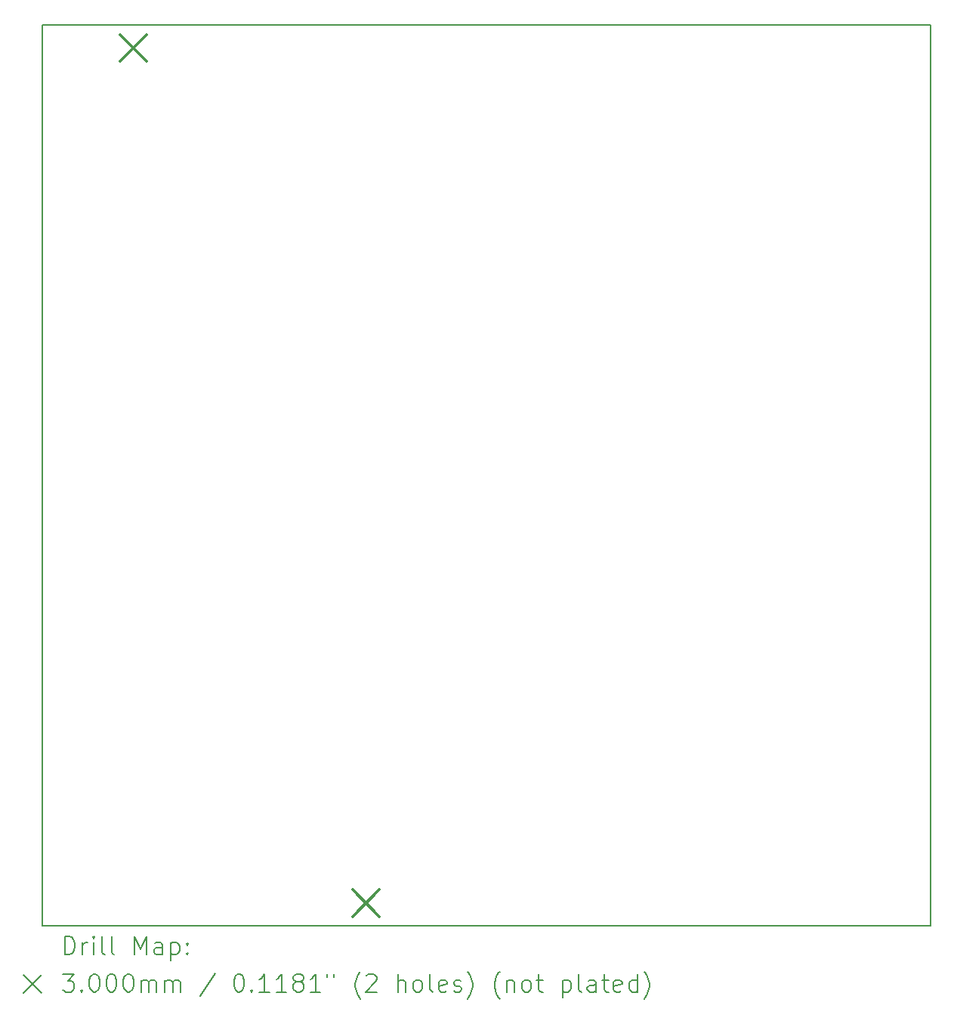
<source format=gbr>
%TF.GenerationSoftware,KiCad,Pcbnew,9.0.6*%
%TF.CreationDate,2025-11-26T10:40:33-06:00*%
%TF.ProjectId,slu,736c752e-6b69-4636-9164-5f7063625858,rev?*%
%TF.SameCoordinates,Original*%
%TF.FileFunction,Drillmap*%
%TF.FilePolarity,Positive*%
%FSLAX45Y45*%
G04 Gerber Fmt 4.5, Leading zero omitted, Abs format (unit mm)*
G04 Created by KiCad (PCBNEW 9.0.6) date 2025-11-26 10:40:33*
%MOMM*%
%LPD*%
G01*
G04 APERTURE LIST*
%ADD10C,0.200000*%
%ADD11C,0.300000*%
G04 APERTURE END LIST*
D10*
X5693340Y-4810760D02*
X15650000Y-4810760D01*
X15650000Y-14900000D01*
X5693340Y-14900000D01*
X5693340Y-4810760D01*
D11*
X6561000Y-4917000D02*
X6861000Y-5217000D01*
X6861000Y-4917000D02*
X6561000Y-5217000D01*
X9171000Y-14496000D02*
X9471000Y-14796000D01*
X9471000Y-14496000D02*
X9171000Y-14796000D01*
D10*
X5944117Y-15221484D02*
X5944117Y-15021484D01*
X5944117Y-15021484D02*
X5991736Y-15021484D01*
X5991736Y-15021484D02*
X6020307Y-15031008D01*
X6020307Y-15031008D02*
X6039355Y-15050055D01*
X6039355Y-15050055D02*
X6048879Y-15069103D01*
X6048879Y-15069103D02*
X6058402Y-15107198D01*
X6058402Y-15107198D02*
X6058402Y-15135769D01*
X6058402Y-15135769D02*
X6048879Y-15173865D01*
X6048879Y-15173865D02*
X6039355Y-15192912D01*
X6039355Y-15192912D02*
X6020307Y-15211960D01*
X6020307Y-15211960D02*
X5991736Y-15221484D01*
X5991736Y-15221484D02*
X5944117Y-15221484D01*
X6144117Y-15221484D02*
X6144117Y-15088150D01*
X6144117Y-15126246D02*
X6153641Y-15107198D01*
X6153641Y-15107198D02*
X6163164Y-15097674D01*
X6163164Y-15097674D02*
X6182212Y-15088150D01*
X6182212Y-15088150D02*
X6201260Y-15088150D01*
X6267926Y-15221484D02*
X6267926Y-15088150D01*
X6267926Y-15021484D02*
X6258402Y-15031008D01*
X6258402Y-15031008D02*
X6267926Y-15040531D01*
X6267926Y-15040531D02*
X6277450Y-15031008D01*
X6277450Y-15031008D02*
X6267926Y-15021484D01*
X6267926Y-15021484D02*
X6267926Y-15040531D01*
X6391736Y-15221484D02*
X6372688Y-15211960D01*
X6372688Y-15211960D02*
X6363164Y-15192912D01*
X6363164Y-15192912D02*
X6363164Y-15021484D01*
X6496498Y-15221484D02*
X6477450Y-15211960D01*
X6477450Y-15211960D02*
X6467926Y-15192912D01*
X6467926Y-15192912D02*
X6467926Y-15021484D01*
X6725069Y-15221484D02*
X6725069Y-15021484D01*
X6725069Y-15021484D02*
X6791736Y-15164341D01*
X6791736Y-15164341D02*
X6858402Y-15021484D01*
X6858402Y-15021484D02*
X6858402Y-15221484D01*
X7039355Y-15221484D02*
X7039355Y-15116722D01*
X7039355Y-15116722D02*
X7029831Y-15097674D01*
X7029831Y-15097674D02*
X7010783Y-15088150D01*
X7010783Y-15088150D02*
X6972688Y-15088150D01*
X6972688Y-15088150D02*
X6953641Y-15097674D01*
X7039355Y-15211960D02*
X7020307Y-15221484D01*
X7020307Y-15221484D02*
X6972688Y-15221484D01*
X6972688Y-15221484D02*
X6953641Y-15211960D01*
X6953641Y-15211960D02*
X6944117Y-15192912D01*
X6944117Y-15192912D02*
X6944117Y-15173865D01*
X6944117Y-15173865D02*
X6953641Y-15154817D01*
X6953641Y-15154817D02*
X6972688Y-15145293D01*
X6972688Y-15145293D02*
X7020307Y-15145293D01*
X7020307Y-15145293D02*
X7039355Y-15135769D01*
X7134593Y-15088150D02*
X7134593Y-15288150D01*
X7134593Y-15097674D02*
X7153641Y-15088150D01*
X7153641Y-15088150D02*
X7191736Y-15088150D01*
X7191736Y-15088150D02*
X7210783Y-15097674D01*
X7210783Y-15097674D02*
X7220307Y-15107198D01*
X7220307Y-15107198D02*
X7229831Y-15126246D01*
X7229831Y-15126246D02*
X7229831Y-15183388D01*
X7229831Y-15183388D02*
X7220307Y-15202436D01*
X7220307Y-15202436D02*
X7210783Y-15211960D01*
X7210783Y-15211960D02*
X7191736Y-15221484D01*
X7191736Y-15221484D02*
X7153641Y-15221484D01*
X7153641Y-15221484D02*
X7134593Y-15211960D01*
X7315545Y-15202436D02*
X7325069Y-15211960D01*
X7325069Y-15211960D02*
X7315545Y-15221484D01*
X7315545Y-15221484D02*
X7306022Y-15211960D01*
X7306022Y-15211960D02*
X7315545Y-15202436D01*
X7315545Y-15202436D02*
X7315545Y-15221484D01*
X7315545Y-15097674D02*
X7325069Y-15107198D01*
X7325069Y-15107198D02*
X7315545Y-15116722D01*
X7315545Y-15116722D02*
X7306022Y-15107198D01*
X7306022Y-15107198D02*
X7315545Y-15097674D01*
X7315545Y-15097674D02*
X7315545Y-15116722D01*
X5483340Y-15450000D02*
X5683340Y-15650000D01*
X5683340Y-15450000D02*
X5483340Y-15650000D01*
X5925069Y-15441484D02*
X6048879Y-15441484D01*
X6048879Y-15441484D02*
X5982212Y-15517674D01*
X5982212Y-15517674D02*
X6010783Y-15517674D01*
X6010783Y-15517674D02*
X6029831Y-15527198D01*
X6029831Y-15527198D02*
X6039355Y-15536722D01*
X6039355Y-15536722D02*
X6048879Y-15555769D01*
X6048879Y-15555769D02*
X6048879Y-15603388D01*
X6048879Y-15603388D02*
X6039355Y-15622436D01*
X6039355Y-15622436D02*
X6029831Y-15631960D01*
X6029831Y-15631960D02*
X6010783Y-15641484D01*
X6010783Y-15641484D02*
X5953641Y-15641484D01*
X5953641Y-15641484D02*
X5934593Y-15631960D01*
X5934593Y-15631960D02*
X5925069Y-15622436D01*
X6134593Y-15622436D02*
X6144117Y-15631960D01*
X6144117Y-15631960D02*
X6134593Y-15641484D01*
X6134593Y-15641484D02*
X6125069Y-15631960D01*
X6125069Y-15631960D02*
X6134593Y-15622436D01*
X6134593Y-15622436D02*
X6134593Y-15641484D01*
X6267926Y-15441484D02*
X6286974Y-15441484D01*
X6286974Y-15441484D02*
X6306022Y-15451008D01*
X6306022Y-15451008D02*
X6315545Y-15460531D01*
X6315545Y-15460531D02*
X6325069Y-15479579D01*
X6325069Y-15479579D02*
X6334593Y-15517674D01*
X6334593Y-15517674D02*
X6334593Y-15565293D01*
X6334593Y-15565293D02*
X6325069Y-15603388D01*
X6325069Y-15603388D02*
X6315545Y-15622436D01*
X6315545Y-15622436D02*
X6306022Y-15631960D01*
X6306022Y-15631960D02*
X6286974Y-15641484D01*
X6286974Y-15641484D02*
X6267926Y-15641484D01*
X6267926Y-15641484D02*
X6248879Y-15631960D01*
X6248879Y-15631960D02*
X6239355Y-15622436D01*
X6239355Y-15622436D02*
X6229831Y-15603388D01*
X6229831Y-15603388D02*
X6220307Y-15565293D01*
X6220307Y-15565293D02*
X6220307Y-15517674D01*
X6220307Y-15517674D02*
X6229831Y-15479579D01*
X6229831Y-15479579D02*
X6239355Y-15460531D01*
X6239355Y-15460531D02*
X6248879Y-15451008D01*
X6248879Y-15451008D02*
X6267926Y-15441484D01*
X6458402Y-15441484D02*
X6477450Y-15441484D01*
X6477450Y-15441484D02*
X6496498Y-15451008D01*
X6496498Y-15451008D02*
X6506022Y-15460531D01*
X6506022Y-15460531D02*
X6515545Y-15479579D01*
X6515545Y-15479579D02*
X6525069Y-15517674D01*
X6525069Y-15517674D02*
X6525069Y-15565293D01*
X6525069Y-15565293D02*
X6515545Y-15603388D01*
X6515545Y-15603388D02*
X6506022Y-15622436D01*
X6506022Y-15622436D02*
X6496498Y-15631960D01*
X6496498Y-15631960D02*
X6477450Y-15641484D01*
X6477450Y-15641484D02*
X6458402Y-15641484D01*
X6458402Y-15641484D02*
X6439355Y-15631960D01*
X6439355Y-15631960D02*
X6429831Y-15622436D01*
X6429831Y-15622436D02*
X6420307Y-15603388D01*
X6420307Y-15603388D02*
X6410783Y-15565293D01*
X6410783Y-15565293D02*
X6410783Y-15517674D01*
X6410783Y-15517674D02*
X6420307Y-15479579D01*
X6420307Y-15479579D02*
X6429831Y-15460531D01*
X6429831Y-15460531D02*
X6439355Y-15451008D01*
X6439355Y-15451008D02*
X6458402Y-15441484D01*
X6648879Y-15441484D02*
X6667926Y-15441484D01*
X6667926Y-15441484D02*
X6686974Y-15451008D01*
X6686974Y-15451008D02*
X6696498Y-15460531D01*
X6696498Y-15460531D02*
X6706022Y-15479579D01*
X6706022Y-15479579D02*
X6715545Y-15517674D01*
X6715545Y-15517674D02*
X6715545Y-15565293D01*
X6715545Y-15565293D02*
X6706022Y-15603388D01*
X6706022Y-15603388D02*
X6696498Y-15622436D01*
X6696498Y-15622436D02*
X6686974Y-15631960D01*
X6686974Y-15631960D02*
X6667926Y-15641484D01*
X6667926Y-15641484D02*
X6648879Y-15641484D01*
X6648879Y-15641484D02*
X6629831Y-15631960D01*
X6629831Y-15631960D02*
X6620307Y-15622436D01*
X6620307Y-15622436D02*
X6610783Y-15603388D01*
X6610783Y-15603388D02*
X6601260Y-15565293D01*
X6601260Y-15565293D02*
X6601260Y-15517674D01*
X6601260Y-15517674D02*
X6610783Y-15479579D01*
X6610783Y-15479579D02*
X6620307Y-15460531D01*
X6620307Y-15460531D02*
X6629831Y-15451008D01*
X6629831Y-15451008D02*
X6648879Y-15441484D01*
X6801260Y-15641484D02*
X6801260Y-15508150D01*
X6801260Y-15527198D02*
X6810783Y-15517674D01*
X6810783Y-15517674D02*
X6829831Y-15508150D01*
X6829831Y-15508150D02*
X6858403Y-15508150D01*
X6858403Y-15508150D02*
X6877450Y-15517674D01*
X6877450Y-15517674D02*
X6886974Y-15536722D01*
X6886974Y-15536722D02*
X6886974Y-15641484D01*
X6886974Y-15536722D02*
X6896498Y-15517674D01*
X6896498Y-15517674D02*
X6915545Y-15508150D01*
X6915545Y-15508150D02*
X6944117Y-15508150D01*
X6944117Y-15508150D02*
X6963164Y-15517674D01*
X6963164Y-15517674D02*
X6972688Y-15536722D01*
X6972688Y-15536722D02*
X6972688Y-15641484D01*
X7067926Y-15641484D02*
X7067926Y-15508150D01*
X7067926Y-15527198D02*
X7077450Y-15517674D01*
X7077450Y-15517674D02*
X7096498Y-15508150D01*
X7096498Y-15508150D02*
X7125069Y-15508150D01*
X7125069Y-15508150D02*
X7144117Y-15517674D01*
X7144117Y-15517674D02*
X7153641Y-15536722D01*
X7153641Y-15536722D02*
X7153641Y-15641484D01*
X7153641Y-15536722D02*
X7163164Y-15517674D01*
X7163164Y-15517674D02*
X7182212Y-15508150D01*
X7182212Y-15508150D02*
X7210783Y-15508150D01*
X7210783Y-15508150D02*
X7229831Y-15517674D01*
X7229831Y-15517674D02*
X7239355Y-15536722D01*
X7239355Y-15536722D02*
X7239355Y-15641484D01*
X7629831Y-15431960D02*
X7458403Y-15689103D01*
X7886974Y-15441484D02*
X7906022Y-15441484D01*
X7906022Y-15441484D02*
X7925069Y-15451008D01*
X7925069Y-15451008D02*
X7934593Y-15460531D01*
X7934593Y-15460531D02*
X7944117Y-15479579D01*
X7944117Y-15479579D02*
X7953641Y-15517674D01*
X7953641Y-15517674D02*
X7953641Y-15565293D01*
X7953641Y-15565293D02*
X7944117Y-15603388D01*
X7944117Y-15603388D02*
X7934593Y-15622436D01*
X7934593Y-15622436D02*
X7925069Y-15631960D01*
X7925069Y-15631960D02*
X7906022Y-15641484D01*
X7906022Y-15641484D02*
X7886974Y-15641484D01*
X7886974Y-15641484D02*
X7867926Y-15631960D01*
X7867926Y-15631960D02*
X7858403Y-15622436D01*
X7858403Y-15622436D02*
X7848879Y-15603388D01*
X7848879Y-15603388D02*
X7839355Y-15565293D01*
X7839355Y-15565293D02*
X7839355Y-15517674D01*
X7839355Y-15517674D02*
X7848879Y-15479579D01*
X7848879Y-15479579D02*
X7858403Y-15460531D01*
X7858403Y-15460531D02*
X7867926Y-15451008D01*
X7867926Y-15451008D02*
X7886974Y-15441484D01*
X8039355Y-15622436D02*
X8048879Y-15631960D01*
X8048879Y-15631960D02*
X8039355Y-15641484D01*
X8039355Y-15641484D02*
X8029831Y-15631960D01*
X8029831Y-15631960D02*
X8039355Y-15622436D01*
X8039355Y-15622436D02*
X8039355Y-15641484D01*
X8239355Y-15641484D02*
X8125069Y-15641484D01*
X8182212Y-15641484D02*
X8182212Y-15441484D01*
X8182212Y-15441484D02*
X8163165Y-15470055D01*
X8163165Y-15470055D02*
X8144117Y-15489103D01*
X8144117Y-15489103D02*
X8125069Y-15498627D01*
X8429831Y-15641484D02*
X8315546Y-15641484D01*
X8372688Y-15641484D02*
X8372688Y-15441484D01*
X8372688Y-15441484D02*
X8353641Y-15470055D01*
X8353641Y-15470055D02*
X8334593Y-15489103D01*
X8334593Y-15489103D02*
X8315546Y-15498627D01*
X8544117Y-15527198D02*
X8525069Y-15517674D01*
X8525069Y-15517674D02*
X8515546Y-15508150D01*
X8515546Y-15508150D02*
X8506022Y-15489103D01*
X8506022Y-15489103D02*
X8506022Y-15479579D01*
X8506022Y-15479579D02*
X8515546Y-15460531D01*
X8515546Y-15460531D02*
X8525069Y-15451008D01*
X8525069Y-15451008D02*
X8544117Y-15441484D01*
X8544117Y-15441484D02*
X8582212Y-15441484D01*
X8582212Y-15441484D02*
X8601260Y-15451008D01*
X8601260Y-15451008D02*
X8610784Y-15460531D01*
X8610784Y-15460531D02*
X8620308Y-15479579D01*
X8620308Y-15479579D02*
X8620308Y-15489103D01*
X8620308Y-15489103D02*
X8610784Y-15508150D01*
X8610784Y-15508150D02*
X8601260Y-15517674D01*
X8601260Y-15517674D02*
X8582212Y-15527198D01*
X8582212Y-15527198D02*
X8544117Y-15527198D01*
X8544117Y-15527198D02*
X8525069Y-15536722D01*
X8525069Y-15536722D02*
X8515546Y-15546246D01*
X8515546Y-15546246D02*
X8506022Y-15565293D01*
X8506022Y-15565293D02*
X8506022Y-15603388D01*
X8506022Y-15603388D02*
X8515546Y-15622436D01*
X8515546Y-15622436D02*
X8525069Y-15631960D01*
X8525069Y-15631960D02*
X8544117Y-15641484D01*
X8544117Y-15641484D02*
X8582212Y-15641484D01*
X8582212Y-15641484D02*
X8601260Y-15631960D01*
X8601260Y-15631960D02*
X8610784Y-15622436D01*
X8610784Y-15622436D02*
X8620308Y-15603388D01*
X8620308Y-15603388D02*
X8620308Y-15565293D01*
X8620308Y-15565293D02*
X8610784Y-15546246D01*
X8610784Y-15546246D02*
X8601260Y-15536722D01*
X8601260Y-15536722D02*
X8582212Y-15527198D01*
X8810784Y-15641484D02*
X8696498Y-15641484D01*
X8753641Y-15641484D02*
X8753641Y-15441484D01*
X8753641Y-15441484D02*
X8734593Y-15470055D01*
X8734593Y-15470055D02*
X8715546Y-15489103D01*
X8715546Y-15489103D02*
X8696498Y-15498627D01*
X8886974Y-15441484D02*
X8886974Y-15479579D01*
X8963165Y-15441484D02*
X8963165Y-15479579D01*
X9258403Y-15717674D02*
X9248879Y-15708150D01*
X9248879Y-15708150D02*
X9229831Y-15679579D01*
X9229831Y-15679579D02*
X9220308Y-15660531D01*
X9220308Y-15660531D02*
X9210784Y-15631960D01*
X9210784Y-15631960D02*
X9201260Y-15584341D01*
X9201260Y-15584341D02*
X9201260Y-15546246D01*
X9201260Y-15546246D02*
X9210784Y-15498627D01*
X9210784Y-15498627D02*
X9220308Y-15470055D01*
X9220308Y-15470055D02*
X9229831Y-15451008D01*
X9229831Y-15451008D02*
X9248879Y-15422436D01*
X9248879Y-15422436D02*
X9258403Y-15412912D01*
X9325070Y-15460531D02*
X9334593Y-15451008D01*
X9334593Y-15451008D02*
X9353641Y-15441484D01*
X9353641Y-15441484D02*
X9401260Y-15441484D01*
X9401260Y-15441484D02*
X9420308Y-15451008D01*
X9420308Y-15451008D02*
X9429831Y-15460531D01*
X9429831Y-15460531D02*
X9439355Y-15479579D01*
X9439355Y-15479579D02*
X9439355Y-15498627D01*
X9439355Y-15498627D02*
X9429831Y-15527198D01*
X9429831Y-15527198D02*
X9315546Y-15641484D01*
X9315546Y-15641484D02*
X9439355Y-15641484D01*
X9677451Y-15641484D02*
X9677451Y-15441484D01*
X9763165Y-15641484D02*
X9763165Y-15536722D01*
X9763165Y-15536722D02*
X9753641Y-15517674D01*
X9753641Y-15517674D02*
X9734593Y-15508150D01*
X9734593Y-15508150D02*
X9706022Y-15508150D01*
X9706022Y-15508150D02*
X9686974Y-15517674D01*
X9686974Y-15517674D02*
X9677451Y-15527198D01*
X9886974Y-15641484D02*
X9867927Y-15631960D01*
X9867927Y-15631960D02*
X9858403Y-15622436D01*
X9858403Y-15622436D02*
X9848879Y-15603388D01*
X9848879Y-15603388D02*
X9848879Y-15546246D01*
X9848879Y-15546246D02*
X9858403Y-15527198D01*
X9858403Y-15527198D02*
X9867927Y-15517674D01*
X9867927Y-15517674D02*
X9886974Y-15508150D01*
X9886974Y-15508150D02*
X9915546Y-15508150D01*
X9915546Y-15508150D02*
X9934593Y-15517674D01*
X9934593Y-15517674D02*
X9944117Y-15527198D01*
X9944117Y-15527198D02*
X9953641Y-15546246D01*
X9953641Y-15546246D02*
X9953641Y-15603388D01*
X9953641Y-15603388D02*
X9944117Y-15622436D01*
X9944117Y-15622436D02*
X9934593Y-15631960D01*
X9934593Y-15631960D02*
X9915546Y-15641484D01*
X9915546Y-15641484D02*
X9886974Y-15641484D01*
X10067927Y-15641484D02*
X10048879Y-15631960D01*
X10048879Y-15631960D02*
X10039355Y-15612912D01*
X10039355Y-15612912D02*
X10039355Y-15441484D01*
X10220308Y-15631960D02*
X10201260Y-15641484D01*
X10201260Y-15641484D02*
X10163165Y-15641484D01*
X10163165Y-15641484D02*
X10144117Y-15631960D01*
X10144117Y-15631960D02*
X10134593Y-15612912D01*
X10134593Y-15612912D02*
X10134593Y-15536722D01*
X10134593Y-15536722D02*
X10144117Y-15517674D01*
X10144117Y-15517674D02*
X10163165Y-15508150D01*
X10163165Y-15508150D02*
X10201260Y-15508150D01*
X10201260Y-15508150D02*
X10220308Y-15517674D01*
X10220308Y-15517674D02*
X10229832Y-15536722D01*
X10229832Y-15536722D02*
X10229832Y-15555769D01*
X10229832Y-15555769D02*
X10134593Y-15574817D01*
X10306022Y-15631960D02*
X10325070Y-15641484D01*
X10325070Y-15641484D02*
X10363165Y-15641484D01*
X10363165Y-15641484D02*
X10382213Y-15631960D01*
X10382213Y-15631960D02*
X10391736Y-15612912D01*
X10391736Y-15612912D02*
X10391736Y-15603388D01*
X10391736Y-15603388D02*
X10382213Y-15584341D01*
X10382213Y-15584341D02*
X10363165Y-15574817D01*
X10363165Y-15574817D02*
X10334593Y-15574817D01*
X10334593Y-15574817D02*
X10315546Y-15565293D01*
X10315546Y-15565293D02*
X10306022Y-15546246D01*
X10306022Y-15546246D02*
X10306022Y-15536722D01*
X10306022Y-15536722D02*
X10315546Y-15517674D01*
X10315546Y-15517674D02*
X10334593Y-15508150D01*
X10334593Y-15508150D02*
X10363165Y-15508150D01*
X10363165Y-15508150D02*
X10382213Y-15517674D01*
X10458403Y-15717674D02*
X10467927Y-15708150D01*
X10467927Y-15708150D02*
X10486974Y-15679579D01*
X10486974Y-15679579D02*
X10496498Y-15660531D01*
X10496498Y-15660531D02*
X10506022Y-15631960D01*
X10506022Y-15631960D02*
X10515546Y-15584341D01*
X10515546Y-15584341D02*
X10515546Y-15546246D01*
X10515546Y-15546246D02*
X10506022Y-15498627D01*
X10506022Y-15498627D02*
X10496498Y-15470055D01*
X10496498Y-15470055D02*
X10486974Y-15451008D01*
X10486974Y-15451008D02*
X10467927Y-15422436D01*
X10467927Y-15422436D02*
X10458403Y-15412912D01*
X10820308Y-15717674D02*
X10810784Y-15708150D01*
X10810784Y-15708150D02*
X10791736Y-15679579D01*
X10791736Y-15679579D02*
X10782213Y-15660531D01*
X10782213Y-15660531D02*
X10772689Y-15631960D01*
X10772689Y-15631960D02*
X10763165Y-15584341D01*
X10763165Y-15584341D02*
X10763165Y-15546246D01*
X10763165Y-15546246D02*
X10772689Y-15498627D01*
X10772689Y-15498627D02*
X10782213Y-15470055D01*
X10782213Y-15470055D02*
X10791736Y-15451008D01*
X10791736Y-15451008D02*
X10810784Y-15422436D01*
X10810784Y-15422436D02*
X10820308Y-15412912D01*
X10896498Y-15508150D02*
X10896498Y-15641484D01*
X10896498Y-15527198D02*
X10906022Y-15517674D01*
X10906022Y-15517674D02*
X10925070Y-15508150D01*
X10925070Y-15508150D02*
X10953641Y-15508150D01*
X10953641Y-15508150D02*
X10972689Y-15517674D01*
X10972689Y-15517674D02*
X10982213Y-15536722D01*
X10982213Y-15536722D02*
X10982213Y-15641484D01*
X11106022Y-15641484D02*
X11086974Y-15631960D01*
X11086974Y-15631960D02*
X11077451Y-15622436D01*
X11077451Y-15622436D02*
X11067927Y-15603388D01*
X11067927Y-15603388D02*
X11067927Y-15546246D01*
X11067927Y-15546246D02*
X11077451Y-15527198D01*
X11077451Y-15527198D02*
X11086974Y-15517674D01*
X11086974Y-15517674D02*
X11106022Y-15508150D01*
X11106022Y-15508150D02*
X11134594Y-15508150D01*
X11134594Y-15508150D02*
X11153641Y-15517674D01*
X11153641Y-15517674D02*
X11163165Y-15527198D01*
X11163165Y-15527198D02*
X11172689Y-15546246D01*
X11172689Y-15546246D02*
X11172689Y-15603388D01*
X11172689Y-15603388D02*
X11163165Y-15622436D01*
X11163165Y-15622436D02*
X11153641Y-15631960D01*
X11153641Y-15631960D02*
X11134594Y-15641484D01*
X11134594Y-15641484D02*
X11106022Y-15641484D01*
X11229832Y-15508150D02*
X11306022Y-15508150D01*
X11258403Y-15441484D02*
X11258403Y-15612912D01*
X11258403Y-15612912D02*
X11267927Y-15631960D01*
X11267927Y-15631960D02*
X11286974Y-15641484D01*
X11286974Y-15641484D02*
X11306022Y-15641484D01*
X11525070Y-15508150D02*
X11525070Y-15708150D01*
X11525070Y-15517674D02*
X11544117Y-15508150D01*
X11544117Y-15508150D02*
X11582213Y-15508150D01*
X11582213Y-15508150D02*
X11601260Y-15517674D01*
X11601260Y-15517674D02*
X11610784Y-15527198D01*
X11610784Y-15527198D02*
X11620308Y-15546246D01*
X11620308Y-15546246D02*
X11620308Y-15603388D01*
X11620308Y-15603388D02*
X11610784Y-15622436D01*
X11610784Y-15622436D02*
X11601260Y-15631960D01*
X11601260Y-15631960D02*
X11582213Y-15641484D01*
X11582213Y-15641484D02*
X11544117Y-15641484D01*
X11544117Y-15641484D02*
X11525070Y-15631960D01*
X11734593Y-15641484D02*
X11715546Y-15631960D01*
X11715546Y-15631960D02*
X11706022Y-15612912D01*
X11706022Y-15612912D02*
X11706022Y-15441484D01*
X11896498Y-15641484D02*
X11896498Y-15536722D01*
X11896498Y-15536722D02*
X11886974Y-15517674D01*
X11886974Y-15517674D02*
X11867927Y-15508150D01*
X11867927Y-15508150D02*
X11829832Y-15508150D01*
X11829832Y-15508150D02*
X11810784Y-15517674D01*
X11896498Y-15631960D02*
X11877451Y-15641484D01*
X11877451Y-15641484D02*
X11829832Y-15641484D01*
X11829832Y-15641484D02*
X11810784Y-15631960D01*
X11810784Y-15631960D02*
X11801260Y-15612912D01*
X11801260Y-15612912D02*
X11801260Y-15593865D01*
X11801260Y-15593865D02*
X11810784Y-15574817D01*
X11810784Y-15574817D02*
X11829832Y-15565293D01*
X11829832Y-15565293D02*
X11877451Y-15565293D01*
X11877451Y-15565293D02*
X11896498Y-15555769D01*
X11963165Y-15508150D02*
X12039355Y-15508150D01*
X11991736Y-15441484D02*
X11991736Y-15612912D01*
X11991736Y-15612912D02*
X12001260Y-15631960D01*
X12001260Y-15631960D02*
X12020308Y-15641484D01*
X12020308Y-15641484D02*
X12039355Y-15641484D01*
X12182213Y-15631960D02*
X12163165Y-15641484D01*
X12163165Y-15641484D02*
X12125070Y-15641484D01*
X12125070Y-15641484D02*
X12106022Y-15631960D01*
X12106022Y-15631960D02*
X12096498Y-15612912D01*
X12096498Y-15612912D02*
X12096498Y-15536722D01*
X12096498Y-15536722D02*
X12106022Y-15517674D01*
X12106022Y-15517674D02*
X12125070Y-15508150D01*
X12125070Y-15508150D02*
X12163165Y-15508150D01*
X12163165Y-15508150D02*
X12182213Y-15517674D01*
X12182213Y-15517674D02*
X12191736Y-15536722D01*
X12191736Y-15536722D02*
X12191736Y-15555769D01*
X12191736Y-15555769D02*
X12096498Y-15574817D01*
X12363165Y-15641484D02*
X12363165Y-15441484D01*
X12363165Y-15631960D02*
X12344117Y-15641484D01*
X12344117Y-15641484D02*
X12306022Y-15641484D01*
X12306022Y-15641484D02*
X12286974Y-15631960D01*
X12286974Y-15631960D02*
X12277451Y-15622436D01*
X12277451Y-15622436D02*
X12267927Y-15603388D01*
X12267927Y-15603388D02*
X12267927Y-15546246D01*
X12267927Y-15546246D02*
X12277451Y-15527198D01*
X12277451Y-15527198D02*
X12286974Y-15517674D01*
X12286974Y-15517674D02*
X12306022Y-15508150D01*
X12306022Y-15508150D02*
X12344117Y-15508150D01*
X12344117Y-15508150D02*
X12363165Y-15517674D01*
X12439355Y-15717674D02*
X12448879Y-15708150D01*
X12448879Y-15708150D02*
X12467927Y-15679579D01*
X12467927Y-15679579D02*
X12477451Y-15660531D01*
X12477451Y-15660531D02*
X12486974Y-15631960D01*
X12486974Y-15631960D02*
X12496498Y-15584341D01*
X12496498Y-15584341D02*
X12496498Y-15546246D01*
X12496498Y-15546246D02*
X12486974Y-15498627D01*
X12486974Y-15498627D02*
X12477451Y-15470055D01*
X12477451Y-15470055D02*
X12467927Y-15451008D01*
X12467927Y-15451008D02*
X12448879Y-15422436D01*
X12448879Y-15422436D02*
X12439355Y-15412912D01*
M02*

</source>
